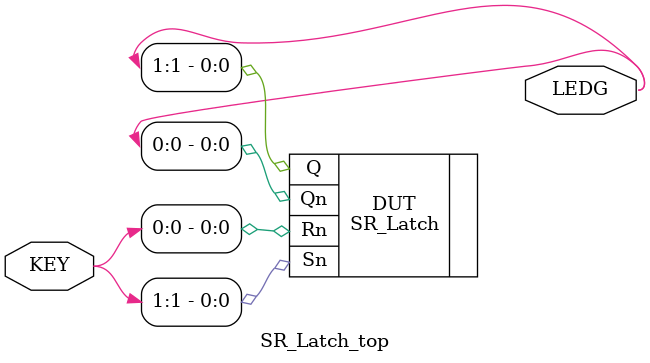
<source format=v>

module SR_Latch_top(
			input [1:0] KEY,           // Switch inputs
         output [1:0] LEDG      // Green LED outputs
         );
			
			SR_Latch DUT(
				.Sn (KEY[1]),
				.Rn (KEY[0]),
				.Q (LEDG[1]),
				.Qn (LEDG[0])
				);
endmodule 



</source>
